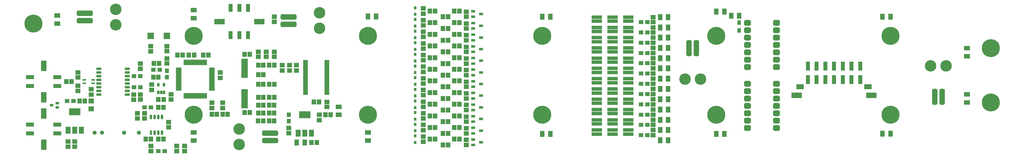
<source format=gts>
G04*
G04 #@! TF.GenerationSoftware,Altium Limited,Altium Designer,18.1.9 (240)*
G04*
G04 Layer_Color=8388736*
%FSLAX42Y42*%
%MOMM*%
G71*
G01*
G75*
%ADD57R,0.90X1.25*%
%ADD58R,1.50X1.70*%
%ADD59R,1.70X1.50*%
%ADD60R,0.80X1.65*%
%ADD61O,0.80X1.65*%
%ADD62R,1.60X1.45*%
%ADD63R,1.30X1.50*%
%ADD64R,1.45X1.60*%
%ADD65R,1.55X2.00*%
%ADD66R,2.00X1.55*%
%ADD67R,1.40X0.90*%
%ADD68R,1.70X2.35*%
%ADD69R,4.00X2.35*%
%ADD70R,3.63X1.85*%
%ADD71R,1.47X2.74*%
%ADD72R,2.65X1.80*%
%ADD73R,1.47X3.12*%
G04:AMPARAMS|DCode=74|XSize=5.53mm|YSize=1.85mm|CornerRadius=0.51mm|HoleSize=0mm|Usage=FLASHONLY|Rotation=270.000|XOffset=0mm|YOffset=0mm|HoleType=Round|Shape=RoundedRectangle|*
%AMROUNDEDRECTD74*
21,1,5.53,0.83,0,0,270.0*
21,1,4.51,1.85,0,0,270.0*
1,1,1.03,-0.41,-2.25*
1,1,1.03,-0.41,2.25*
1,1,1.03,0.41,2.25*
1,1,1.03,0.41,-2.25*
%
%ADD74ROUNDEDRECTD74*%
G04:AMPARAMS|DCode=75|XSize=5.53mm|YSize=1.85mm|CornerRadius=0.51mm|HoleSize=0mm|Usage=FLASHONLY|Rotation=180.000|XOffset=0mm|YOffset=0mm|HoleType=Round|Shape=RoundedRectangle|*
%AMROUNDEDRECTD75*
21,1,5.53,0.83,0,0,180.0*
21,1,4.51,1.85,0,0,180.0*
1,1,1.03,-2.25,0.41*
1,1,1.03,2.25,0.41*
1,1,1.03,2.25,-0.41*
1,1,1.03,-2.25,-0.41*
%
%ADD75ROUNDEDRECTD75*%
%ADD76O,1.85X0.90*%
%ADD77R,1.30X0.90*%
%ADD78R,2.02X1.59*%
%ADD79R,1.59X2.02*%
%ADD80R,2.00X0.50*%
%ADD81O,2.00X0.50*%
%ADD82O,0.50X2.00*%
%ADD83R,3.60X1.30*%
%ADD84R,2.74X1.47*%
%ADD85R,1.85X3.63*%
G04:AMPARAMS|DCode=86|XSize=2.4mm|YSize=1.95mm|CornerRadius=0.54mm|HoleSize=0mm|Usage=FLASHONLY|Rotation=0.000|XOffset=0mm|YOffset=0mm|HoleType=Round|Shape=RoundedRectangle|*
%AMROUNDEDRECTD86*
21,1,2.40,0.88,0,0,0.0*
21,1,1.33,1.95,0,0,0.0*
1,1,1.08,0.66,-0.44*
1,1,1.08,-0.66,-0.44*
1,1,1.08,-0.66,0.44*
1,1,1.08,0.66,0.44*
%
%ADD86ROUNDEDRECTD86*%
%ADD87R,2.20X2.20*%
%ADD88O,1.70X0.55*%
%ADD89R,2.20X6.70*%
%ADD90R,0.85X1.05*%
%ADD91R,1.90X1.80*%
%ADD92R,1.25X0.60*%
%ADD93C,1.40*%
%ADD94C,3.96*%
%ADD95C,6.20*%
D57*
X14705Y12397D02*
D03*
X14895D02*
D03*
Y12132D02*
D03*
X14800D02*
D03*
X14705D02*
D03*
D58*
X24060Y14935D02*
D03*
X24240D02*
D03*
X24060Y14534D02*
D03*
X24240D02*
D03*
X24060Y14132D02*
D03*
X24240D02*
D03*
X24060Y13731D02*
D03*
X24240D02*
D03*
X24060Y13330D02*
D03*
X24240D02*
D03*
X24060Y12928D02*
D03*
X24240D02*
D03*
X24060Y12527D02*
D03*
X24240D02*
D03*
X24060Y12126D02*
D03*
X24240D02*
D03*
X24060Y11724D02*
D03*
X24240D02*
D03*
X24060Y11323D02*
D03*
X24240D02*
D03*
X24060Y10921D02*
D03*
X24240D02*
D03*
X24060Y10520D02*
D03*
X24240D02*
D03*
X15365Y13423D02*
D03*
X15545D02*
D03*
X17855Y13445D02*
D03*
X17675D02*
D03*
X15935Y13423D02*
D03*
X15755D02*
D03*
X14449Y10521D02*
D03*
X14270D02*
D03*
X14884Y11615D02*
D03*
X14704D02*
D03*
X14705Y11885D02*
D03*
X14885D02*
D03*
X20160Y10402D02*
D03*
X19980D02*
D03*
X20063Y11805D02*
D03*
X20243D02*
D03*
X16430Y13423D02*
D03*
X16250D02*
D03*
X17855Y11435D02*
D03*
X17675D02*
D03*
X24682Y14738D02*
D03*
X24507D02*
D03*
X24682Y14330D02*
D03*
X24507D02*
D03*
X24682Y13929D02*
D03*
X24507D02*
D03*
X24682Y13528D02*
D03*
X24507D02*
D03*
X24682Y13127D02*
D03*
X24507D02*
D03*
X24682Y12726D02*
D03*
X24507D02*
D03*
X24682Y12325D02*
D03*
X24507D02*
D03*
X24682Y11924D02*
D03*
X24507D02*
D03*
X24682Y11523D02*
D03*
X24507D02*
D03*
X24682Y11122D02*
D03*
X24507D02*
D03*
X24682Y10721D02*
D03*
X24507D02*
D03*
X24682Y10320D02*
D03*
X24507D02*
D03*
X25073Y14935D02*
D03*
X24898D02*
D03*
X25073Y14534D02*
D03*
X24898D02*
D03*
X25073Y14132D02*
D03*
X24898D02*
D03*
X25073Y13731D02*
D03*
X24898D02*
D03*
X25073Y13330D02*
D03*
X24898D02*
D03*
X25073Y12928D02*
D03*
X24898D02*
D03*
X25073Y12527D02*
D03*
X24898D02*
D03*
X25073Y12126D02*
D03*
X24898D02*
D03*
X25073Y11724D02*
D03*
X24898D02*
D03*
X25073Y11323D02*
D03*
X24898D02*
D03*
X25073Y10921D02*
D03*
X24898D02*
D03*
X25073Y10520D02*
D03*
X24898D02*
D03*
X20638Y11359D02*
D03*
X20463D02*
D03*
X14729Y13130D02*
D03*
X14554D02*
D03*
X18318Y11151D02*
D03*
X18143D02*
D03*
X18518D02*
D03*
X18693D02*
D03*
X18321Y12745D02*
D03*
X18146D02*
D03*
X18320Y11420D02*
D03*
X18145D02*
D03*
X18519D02*
D03*
X18694D02*
D03*
X18320Y11690D02*
D03*
X18145D02*
D03*
X18519D02*
D03*
X18694D02*
D03*
X18321Y11960D02*
D03*
X18146D02*
D03*
X18520D02*
D03*
X18695D02*
D03*
X18146Y12413D02*
D03*
X18321D02*
D03*
X18520D02*
D03*
X18695D02*
D03*
X18321Y13070D02*
D03*
X18146D02*
D03*
X18520D02*
D03*
X18695D02*
D03*
X14879Y10521D02*
D03*
X14704D02*
D03*
X14530Y12655D02*
D03*
X14705D02*
D03*
X11993Y11835D02*
D03*
X12168D02*
D03*
X11535Y12502D02*
D03*
X11715D02*
D03*
X16545Y11375D02*
D03*
X16720D02*
D03*
X17093D02*
D03*
X16918D02*
D03*
D59*
X23827Y14845D02*
D03*
Y15025D02*
D03*
Y14444D02*
D03*
Y14624D02*
D03*
Y14042D02*
D03*
Y14222D02*
D03*
Y13641D02*
D03*
Y13821D02*
D03*
X16840Y12635D02*
D03*
Y12815D02*
D03*
X15145Y11885D02*
D03*
Y12065D02*
D03*
X16918Y11595D02*
D03*
Y11775D02*
D03*
X14440Y13727D02*
D03*
Y13548D02*
D03*
X16548Y11595D02*
D03*
Y11775D02*
D03*
X13860Y12058D02*
D03*
Y11878D02*
D03*
X12395Y12058D02*
D03*
Y12239D02*
D03*
X11825Y10261D02*
D03*
Y10441D02*
D03*
X13985Y11415D02*
D03*
Y11235D02*
D03*
X23827Y13240D02*
D03*
Y13420D02*
D03*
Y12838D02*
D03*
Y13018D02*
D03*
Y12437D02*
D03*
Y12617D02*
D03*
Y12036D02*
D03*
Y12216D02*
D03*
Y11634D02*
D03*
Y11814D02*
D03*
Y11233D02*
D03*
Y11413D02*
D03*
Y10831D02*
D03*
Y11011D02*
D03*
Y10430D02*
D03*
Y10610D02*
D03*
X20245Y11179D02*
D03*
Y11359D02*
D03*
X19465Y13070D02*
D03*
Y12890D02*
D03*
X19220Y13070D02*
D03*
Y12890D02*
D03*
X18970Y13070D02*
D03*
Y12890D02*
D03*
X14475Y12220D02*
D03*
Y12400D02*
D03*
X31745Y14725D02*
D03*
Y14550D02*
D03*
Y14370D02*
D03*
Y14195D02*
D03*
Y14018D02*
D03*
Y13843D02*
D03*
X25315Y11924D02*
D03*
Y12099D02*
D03*
Y11523D02*
D03*
Y11698D02*
D03*
Y11122D02*
D03*
Y11297D02*
D03*
Y10721D02*
D03*
Y10896D02*
D03*
Y10320D02*
D03*
Y10495D02*
D03*
X31745Y13665D02*
D03*
Y13490D02*
D03*
Y13312D02*
D03*
Y13138D02*
D03*
Y12960D02*
D03*
Y12785D02*
D03*
Y12605D02*
D03*
Y12430D02*
D03*
Y12250D02*
D03*
Y12075D02*
D03*
Y11895D02*
D03*
Y11720D02*
D03*
Y11540D02*
D03*
Y11365D02*
D03*
Y11188D02*
D03*
Y11012D02*
D03*
Y10835D02*
D03*
Y10660D02*
D03*
X25315Y14738D02*
D03*
Y14913D02*
D03*
Y14330D02*
D03*
Y14505D02*
D03*
Y13929D02*
D03*
Y14104D02*
D03*
Y13528D02*
D03*
Y13703D02*
D03*
Y13127D02*
D03*
Y13302D02*
D03*
Y12726D02*
D03*
Y12901D02*
D03*
Y12325D02*
D03*
Y12500D02*
D03*
X11935Y12361D02*
D03*
Y12186D02*
D03*
X20510Y11805D02*
D03*
X20513Y11630D02*
D03*
X19200Y10904D02*
D03*
Y10729D02*
D03*
X15000Y13727D02*
D03*
Y13552D02*
D03*
X15001Y13130D02*
D03*
Y13305D02*
D03*
X14085Y12058D02*
D03*
Y11883D02*
D03*
Y12948D02*
D03*
Y13123D02*
D03*
X14449Y10110D02*
D03*
Y10285D02*
D03*
X14229Y11410D02*
D03*
Y11235D02*
D03*
X15060Y10930D02*
D03*
Y11105D02*
D03*
X15340Y10110D02*
D03*
Y10285D02*
D03*
X15610D02*
D03*
Y10110D02*
D03*
X18146Y13532D02*
D03*
Y13357D02*
D03*
X18421Y13532D02*
D03*
Y13357D02*
D03*
X18695Y13532D02*
D03*
Y13357D02*
D03*
Y14562D02*
D03*
Y14737D02*
D03*
X11935Y12821D02*
D03*
Y12646D02*
D03*
X11595Y10260D02*
D03*
Y10440D02*
D03*
D60*
X14449Y10745D02*
D03*
D61*
X14576D02*
D03*
X14703D02*
D03*
X14830D02*
D03*
X14449Y11290D02*
D03*
X14576D02*
D03*
X14703D02*
D03*
X14830D02*
D03*
D62*
X31548Y14550D02*
D03*
X31328D02*
D03*
Y14195D02*
D03*
X31548D02*
D03*
Y13843D02*
D03*
X31328D02*
D03*
Y13490D02*
D03*
X31548D02*
D03*
Y13138D02*
D03*
X31328D02*
D03*
Y12785D02*
D03*
X31548D02*
D03*
Y12429D02*
D03*
X31328D02*
D03*
Y12075D02*
D03*
X31548D02*
D03*
Y11720D02*
D03*
X31328D02*
D03*
Y11365D02*
D03*
X31548D02*
D03*
Y11012D02*
D03*
X31328D02*
D03*
Y10660D02*
D03*
X31548D02*
D03*
X14085Y12692D02*
D03*
X13865D02*
D03*
Y12311D02*
D03*
X14085D02*
D03*
X14704Y10110D02*
D03*
X14924D02*
D03*
X14448Y11615D02*
D03*
X14228D02*
D03*
X14750Y12912D02*
D03*
X14530D02*
D03*
X11782Y11833D02*
D03*
X11562D02*
D03*
D63*
X34710Y14270D02*
D03*
Y14540D02*
D03*
D64*
X19199Y11139D02*
D03*
Y11359D02*
D03*
X15001Y12655D02*
D03*
Y12875D02*
D03*
D65*
X39925Y14740D02*
D03*
X39645D02*
D03*
X33925Y14920D02*
D03*
X34205D02*
D03*
X27925Y14740D02*
D03*
X28205D02*
D03*
X21925Y14745D02*
D03*
X22205D02*
D03*
X28205Y10700D02*
D03*
X27925D02*
D03*
X34205D02*
D03*
X33925D02*
D03*
X39925Y10710D02*
D03*
X39645D02*
D03*
X19469Y10402D02*
D03*
X19749D02*
D03*
D66*
X15925Y14690D02*
D03*
Y14970D02*
D03*
X11225Y14500D02*
D03*
Y14780D02*
D03*
X15925Y10470D02*
D03*
Y10750D02*
D03*
X21925Y10755D02*
D03*
Y10475D02*
D03*
X42555Y13375D02*
D03*
Y13655D02*
D03*
Y12065D02*
D03*
Y11785D02*
D03*
D67*
X25817Y14425D02*
D03*
X25552Y14330D02*
D03*
Y14520D02*
D03*
Y14119D02*
D03*
Y13929D02*
D03*
X25817Y14024D02*
D03*
Y13623D02*
D03*
X25552Y13528D02*
D03*
Y13718D02*
D03*
Y13317D02*
D03*
Y13127D02*
D03*
X25817Y13222D02*
D03*
Y12821D02*
D03*
X25552Y12726D02*
D03*
Y12916D02*
D03*
Y12515D02*
D03*
Y12325D02*
D03*
X25817Y12420D02*
D03*
Y12019D02*
D03*
X25552Y11924D02*
D03*
Y12114D02*
D03*
Y11713D02*
D03*
Y11523D02*
D03*
X25817Y11618D02*
D03*
Y11217D02*
D03*
X25552Y11122D02*
D03*
Y11312D02*
D03*
Y10911D02*
D03*
Y10721D02*
D03*
X25817Y10816D02*
D03*
Y10415D02*
D03*
X25552Y10320D02*
D03*
Y10510D02*
D03*
Y14928D02*
D03*
Y14738D02*
D03*
X25817Y14833D02*
D03*
D68*
X19519Y10729D02*
D03*
X19749D02*
D03*
X19979D02*
D03*
X11595Y10830D02*
D03*
X11825D02*
D03*
X12055D02*
D03*
D69*
X19749Y11359D02*
D03*
X11825Y11460D02*
D03*
D70*
X16807Y14575D02*
D03*
X18184D02*
D03*
X39268Y12028D02*
D03*
X36692D02*
D03*
D71*
X17195Y14105D02*
D03*
X17495D02*
D03*
X17795D02*
D03*
Y15045D02*
D03*
X17495D02*
D03*
X17195D02*
D03*
D72*
X39150Y12330D02*
D03*
X36810D02*
D03*
D73*
X37080Y12575D02*
D03*
X37380D02*
D03*
X37680D02*
D03*
X37980D02*
D03*
X38280D02*
D03*
X38580D02*
D03*
X38880D02*
D03*
Y13038D02*
D03*
X38580D02*
D03*
X38280D02*
D03*
X37980D02*
D03*
X37680D02*
D03*
X37380D02*
D03*
X37080D02*
D03*
D74*
X33239Y13659D02*
D03*
X32985D02*
D03*
X41446Y11981D02*
D03*
X41700D02*
D03*
D75*
X18554Y10475D02*
D03*
Y10729D02*
D03*
X12171Y14855D02*
D03*
Y14601D02*
D03*
X19186Y14481D02*
D03*
Y14735D02*
D03*
D76*
X13632Y12058D02*
D03*
Y12186D02*
D03*
Y12312D02*
D03*
Y12439D02*
D03*
Y12567D02*
D03*
Y12693D02*
D03*
Y12821D02*
D03*
Y12948D02*
D03*
X12657Y12058D02*
D03*
Y12186D02*
D03*
Y12312D02*
D03*
Y12439D02*
D03*
Y12567D02*
D03*
Y12693D02*
D03*
Y12821D02*
D03*
Y12948D02*
D03*
D77*
X11025Y11690D02*
D03*
X11225Y11760D02*
D03*
Y11620D02*
D03*
D78*
X20915Y11630D02*
D03*
Y11359D02*
D03*
D79*
X34439Y14775D02*
D03*
X34711D02*
D03*
X31989Y10835D02*
D03*
X32261D02*
D03*
X31989Y11188D02*
D03*
X32261D02*
D03*
X31989Y11540D02*
D03*
X32261D02*
D03*
X31989Y11895D02*
D03*
X32261D02*
D03*
X31989Y12250D02*
D03*
X32261D02*
D03*
X31989Y12605D02*
D03*
X32261D02*
D03*
X31989Y12960D02*
D03*
X32261D02*
D03*
X31989Y13312D02*
D03*
X32261D02*
D03*
X31989Y13665D02*
D03*
X32261D02*
D03*
X31989Y14018D02*
D03*
X32261D02*
D03*
X31989Y14370D02*
D03*
X32261D02*
D03*
X31989Y14725D02*
D03*
X32261D02*
D03*
X31989Y10478D02*
D03*
X32261D02*
D03*
D80*
X16548Y12215D02*
D03*
D81*
Y12265D02*
D03*
Y12315D02*
D03*
Y12365D02*
D03*
Y12415D02*
D03*
Y12465D02*
D03*
Y12515D02*
D03*
Y12565D02*
D03*
Y12615D02*
D03*
Y12665D02*
D03*
Y12715D02*
D03*
Y12765D02*
D03*
Y12815D02*
D03*
Y12865D02*
D03*
Y12915D02*
D03*
Y12965D02*
D03*
X15402D02*
D03*
Y12915D02*
D03*
Y12865D02*
D03*
Y12815D02*
D03*
Y12765D02*
D03*
Y12715D02*
D03*
Y12665D02*
D03*
Y12615D02*
D03*
Y12565D02*
D03*
Y12515D02*
D03*
Y12465D02*
D03*
Y12415D02*
D03*
Y12365D02*
D03*
Y12315D02*
D03*
Y12265D02*
D03*
Y12215D02*
D03*
D82*
X16350Y13162D02*
D03*
X16300D02*
D03*
X16250D02*
D03*
X16200D02*
D03*
X16150D02*
D03*
X16100D02*
D03*
X16050D02*
D03*
X16000D02*
D03*
X15950D02*
D03*
X15900D02*
D03*
X15850D02*
D03*
X15800D02*
D03*
X15750D02*
D03*
X15700D02*
D03*
X15650D02*
D03*
X15600D02*
D03*
Y12018D02*
D03*
X15650D02*
D03*
X15700D02*
D03*
X15750D02*
D03*
X15800D02*
D03*
X15850D02*
D03*
X15900D02*
D03*
X15950D02*
D03*
X16000D02*
D03*
X16050D02*
D03*
X16100D02*
D03*
X16150D02*
D03*
X16200D02*
D03*
X16250D02*
D03*
X16300D02*
D03*
X16350D02*
D03*
D83*
X30890Y10835D02*
D03*
Y10696D02*
D03*
Y14725D02*
D03*
Y14586D02*
D03*
Y14370D02*
D03*
Y14231D02*
D03*
Y14018D02*
D03*
Y13879D02*
D03*
Y13665D02*
D03*
Y13526D02*
D03*
Y13312D02*
D03*
Y13174D02*
D03*
Y12960D02*
D03*
Y12821D02*
D03*
Y12605D02*
D03*
Y12466D02*
D03*
Y12250D02*
D03*
Y12111D02*
D03*
Y11895D02*
D03*
Y11756D02*
D03*
Y11540D02*
D03*
Y11401D02*
D03*
Y11188D02*
D03*
Y11049D02*
D03*
X29810Y14725D02*
D03*
Y14586D02*
D03*
Y14370D02*
D03*
Y14231D02*
D03*
Y14018D02*
D03*
Y13879D02*
D03*
Y13665D02*
D03*
Y13526D02*
D03*
Y13312D02*
D03*
Y13174D02*
D03*
Y12960D02*
D03*
Y12821D02*
D03*
Y12605D02*
D03*
Y12466D02*
D03*
Y12250D02*
D03*
Y12111D02*
D03*
Y11895D02*
D03*
Y11756D02*
D03*
Y11540D02*
D03*
Y11401D02*
D03*
Y11188D02*
D03*
Y11049D02*
D03*
Y10835D02*
D03*
Y10696D02*
D03*
X30350Y14725D02*
D03*
Y14586D02*
D03*
Y14370D02*
D03*
Y14231D02*
D03*
Y14018D02*
D03*
Y13879D02*
D03*
Y13665D02*
D03*
Y13526D02*
D03*
Y13312D02*
D03*
Y13174D02*
D03*
Y12960D02*
D03*
Y12821D02*
D03*
Y12605D02*
D03*
Y12466D02*
D03*
Y12250D02*
D03*
Y12111D02*
D03*
Y11895D02*
D03*
Y11756D02*
D03*
Y11540D02*
D03*
Y11401D02*
D03*
Y11188D02*
D03*
Y11049D02*
D03*
Y10835D02*
D03*
Y10696D02*
D03*
D84*
X11225Y11020D02*
D03*
Y10720D02*
D03*
X10285Y11020D02*
D03*
Y10720D02*
D03*
Y12655D02*
D03*
Y12355D02*
D03*
X11225Y12655D02*
D03*
Y12355D02*
D03*
D85*
X10755Y11408D02*
D03*
Y10332D02*
D03*
Y13043D02*
D03*
Y11967D02*
D03*
D86*
X36000Y12432D02*
D03*
Y12178D02*
D03*
Y11924D02*
D03*
Y11670D02*
D03*
Y11416D02*
D03*
Y11162D02*
D03*
Y10908D02*
D03*
X35000D02*
D03*
Y11162D02*
D03*
Y11416D02*
D03*
Y11670D02*
D03*
Y11924D02*
D03*
Y12178D02*
D03*
Y12432D02*
D03*
X36000Y14532D02*
D03*
Y14278D02*
D03*
Y14024D02*
D03*
Y13770D02*
D03*
Y13516D02*
D03*
Y13262D02*
D03*
Y13008D02*
D03*
X35000D02*
D03*
Y13262D02*
D03*
Y13516D02*
D03*
Y13770D02*
D03*
Y14024D02*
D03*
Y14278D02*
D03*
Y14532D02*
D03*
D87*
X14440Y14080D02*
D03*
X14999D02*
D03*
D88*
X19778Y13225D02*
D03*
Y13175D02*
D03*
Y13125D02*
D03*
Y13075D02*
D03*
Y13025D02*
D03*
Y12975D02*
D03*
Y12925D02*
D03*
Y12875D02*
D03*
Y12825D02*
D03*
Y12775D02*
D03*
Y12725D02*
D03*
Y12675D02*
D03*
Y12625D02*
D03*
Y12575D02*
D03*
Y12525D02*
D03*
Y12475D02*
D03*
Y12425D02*
D03*
Y12375D02*
D03*
Y12325D02*
D03*
Y12275D02*
D03*
Y12225D02*
D03*
Y12175D02*
D03*
Y12125D02*
D03*
Y12075D02*
D03*
X20513Y13225D02*
D03*
Y13175D02*
D03*
Y13125D02*
D03*
Y13075D02*
D03*
Y13025D02*
D03*
Y12975D02*
D03*
Y12925D02*
D03*
Y12875D02*
D03*
Y12825D02*
D03*
Y12775D02*
D03*
Y12725D02*
D03*
Y12675D02*
D03*
Y12625D02*
D03*
Y12575D02*
D03*
Y12525D02*
D03*
Y12475D02*
D03*
Y12425D02*
D03*
Y12375D02*
D03*
Y12325D02*
D03*
Y12275D02*
D03*
Y12225D02*
D03*
Y12175D02*
D03*
Y12125D02*
D03*
Y12075D02*
D03*
D89*
X17675Y11915D02*
D03*
Y12965D02*
D03*
D90*
X23550Y11034D02*
D03*
Y10809D02*
D03*
Y10408D02*
D03*
Y10633D02*
D03*
Y15048D02*
D03*
Y14823D02*
D03*
Y14421D02*
D03*
Y14646D02*
D03*
Y14245D02*
D03*
Y14020D02*
D03*
Y13618D02*
D03*
Y13843D02*
D03*
Y13442D02*
D03*
Y13217D02*
D03*
Y12816D02*
D03*
Y13041D02*
D03*
Y12639D02*
D03*
Y12414D02*
D03*
Y12013D02*
D03*
Y12238D02*
D03*
Y11837D02*
D03*
Y11612D02*
D03*
Y11210D02*
D03*
Y11435D02*
D03*
D91*
X12395Y11835D02*
D03*
Y11565D02*
D03*
D92*
X12460Y12563D02*
D03*
Y12443D02*
D03*
X12155D02*
D03*
Y12563D02*
D03*
D93*
X14035Y10745D02*
D03*
X13527D02*
D03*
X12765D02*
D03*
X12511D02*
D03*
D94*
X33379Y12590D02*
D03*
X32845D02*
D03*
X17485Y10335D02*
D03*
Y10869D02*
D03*
X41306Y13050D02*
D03*
X41840D02*
D03*
X13240Y14995D02*
D03*
Y14461D02*
D03*
X20255Y14341D02*
D03*
Y14875D02*
D03*
D95*
X33925Y11360D02*
D03*
X39925D02*
D03*
X43375Y13655D02*
D03*
X39925Y14080D02*
D03*
X33925D02*
D03*
X27925D02*
D03*
X21925D02*
D03*
X15925D02*
D03*
X10400Y14500D02*
D03*
X15925Y11360D02*
D03*
X21925D02*
D03*
X27925D02*
D03*
X43375Y11785D02*
D03*
M02*

</source>
